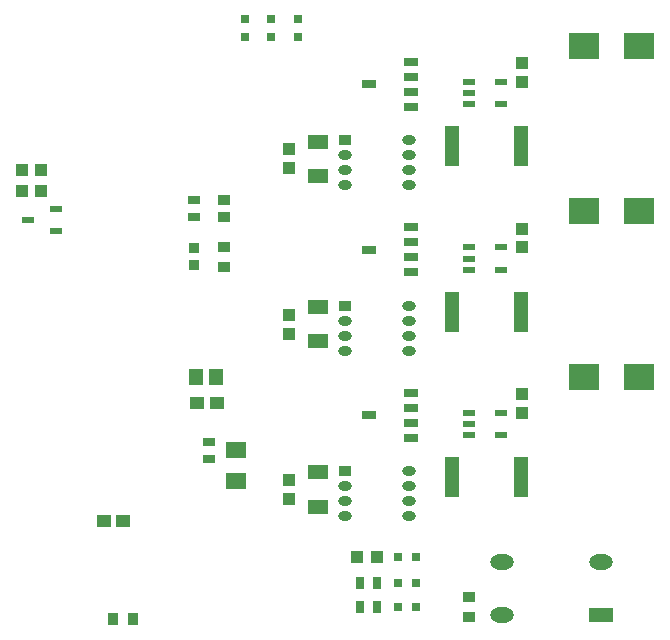
<source format=gtp>
G04*
G04 #@! TF.GenerationSoftware,Altium Limited,Altium Designer,20.2.6 (244)*
G04*
G04 Layer_Color=8421504*
%FSLAX25Y25*%
%MOIN*%
G70*
G04*
G04 #@! TF.SameCoordinates,023A6027-31B4-44E3-9114-37264AD4D944*
G04*
G04*
G04 #@! TF.FilePolarity,Positive*
G04*
G01*
G75*
%ADD20R,0.04488X0.03583*%
%ADD21O,0.04488X0.03583*%
%ADD22R,0.03150X0.03150*%
%ADD23R,0.04469X0.04182*%
%ADD24R,0.04134X0.02362*%
%ADD25R,0.03937X0.03150*%
%ADD26O,0.07874X0.05118*%
%ADD27R,0.07874X0.05118*%
%ADD28R,0.03937X0.03543*%
%ADD29R,0.04134X0.03543*%
%ADD30R,0.03591X0.03772*%
%ADD31R,0.03150X0.03150*%
%ADD32R,0.03150X0.03937*%
%ADD33R,0.03543X0.03937*%
%ADD34R,0.04724X0.05512*%
%ADD35R,0.07087X0.05118*%
%ADD36R,0.04560X0.03985*%
%ADD37R,0.07008X0.05591*%
%ADD38R,0.04921X0.02756*%
%ADD39R,0.04528X0.02756*%
%ADD40R,0.03937X0.03937*%
%ADD41R,0.03937X0.02362*%
%ADD42R,0.05118X0.13386*%
%ADD43R,0.09843X0.08661*%
%ADD44R,0.03937X0.03937*%
D20*
X115158Y53217D02*
D03*
Y163453D02*
D03*
Y108335D02*
D03*
D21*
Y48217D02*
D03*
Y43217D02*
D03*
Y38217D02*
D03*
X136654Y53217D02*
D03*
Y48217D02*
D03*
Y43217D02*
D03*
Y38217D02*
D03*
X115158Y158454D02*
D03*
Y153454D02*
D03*
Y148453D02*
D03*
X136654Y163453D02*
D03*
Y158454D02*
D03*
Y153454D02*
D03*
Y148453D02*
D03*
X115158Y103335D02*
D03*
Y98335D02*
D03*
Y93335D02*
D03*
X136654Y108335D02*
D03*
Y103335D02*
D03*
Y98335D02*
D03*
Y93335D02*
D03*
D22*
X81693Y203740D02*
D03*
X81693Y197835D02*
D03*
X90551Y203740D02*
D03*
Y197835D02*
D03*
X99409D02*
D03*
Y203740D02*
D03*
D23*
X125712Y24606D02*
D03*
X119291D02*
D03*
D24*
X156496Y65146D02*
D03*
X167126D02*
D03*
Y72627D02*
D03*
X156496Y68887D02*
D03*
X156496Y72627D02*
D03*
X156496Y175383D02*
D03*
X167126D02*
D03*
Y182863D02*
D03*
X156496Y179123D02*
D03*
Y182863D02*
D03*
Y120265D02*
D03*
X167126D02*
D03*
Y127745D02*
D03*
X156496Y124005D02*
D03*
Y127745D02*
D03*
D25*
X69882Y62992D02*
D03*
Y57087D02*
D03*
X64961Y143701D02*
D03*
Y137795D02*
D03*
D26*
X167520Y23016D02*
D03*
X167520Y5299D02*
D03*
X200591Y23016D02*
D03*
D27*
Y5299D02*
D03*
D28*
X74803Y121260D02*
D03*
Y127953D02*
D03*
X156496Y11205D02*
D03*
Y4512D02*
D03*
D29*
X74803Y143701D02*
D03*
Y137992D02*
D03*
D30*
X64961Y127469D02*
D03*
Y121744D02*
D03*
D31*
X138779Y7874D02*
D03*
X132874D02*
D03*
X138779Y15748D02*
D03*
X132874D02*
D03*
X138779Y24606D02*
D03*
X132874D02*
D03*
D32*
X125984Y7874D02*
D03*
X120079D02*
D03*
X125984Y15748D02*
D03*
X120079D02*
D03*
D33*
X44685Y3937D02*
D03*
X37992D02*
D03*
D34*
X72244Y84646D02*
D03*
X65551D02*
D03*
D35*
X106299Y52745D02*
D03*
Y41328D02*
D03*
Y162981D02*
D03*
Y151564D02*
D03*
Y107863D02*
D03*
Y96446D02*
D03*
D36*
X72457Y75787D02*
D03*
X65945D02*
D03*
X41339Y36417D02*
D03*
X34827D02*
D03*
D37*
X78740Y49882D02*
D03*
Y60354D02*
D03*
D38*
X137205Y179576D02*
D03*
Y174576D02*
D03*
Y184576D02*
D03*
Y189576D02*
D03*
X137205Y69339D02*
D03*
Y64339D02*
D03*
Y74339D02*
D03*
Y79339D02*
D03*
X137205Y134458D02*
D03*
Y129457D02*
D03*
Y119457D02*
D03*
Y124458D02*
D03*
D39*
X123032Y182076D02*
D03*
X123032Y71839D02*
D03*
X123032Y126957D02*
D03*
D40*
X13780Y146653D02*
D03*
X7480D02*
D03*
X13780Y153543D02*
D03*
X7480D02*
D03*
D41*
X9514Y136811D02*
D03*
X18962Y140551D02*
D03*
Y133071D02*
D03*
D42*
X174016Y51170D02*
D03*
X150788D02*
D03*
Y161406D02*
D03*
X174016D02*
D03*
X150788Y106288D02*
D03*
X174016D02*
D03*
D43*
X213318Y84646D02*
D03*
X194815D02*
D03*
Y194882D02*
D03*
X213318D02*
D03*
X194815Y139764D02*
D03*
X213318D02*
D03*
D44*
X96457Y43887D02*
D03*
Y50186D02*
D03*
X174213Y72627D02*
D03*
Y78926D02*
D03*
Y189162D02*
D03*
Y182863D02*
D03*
X96457Y160422D02*
D03*
Y154123D02*
D03*
X174213Y134044D02*
D03*
Y127745D02*
D03*
X96457Y105304D02*
D03*
Y99005D02*
D03*
M02*

</source>
